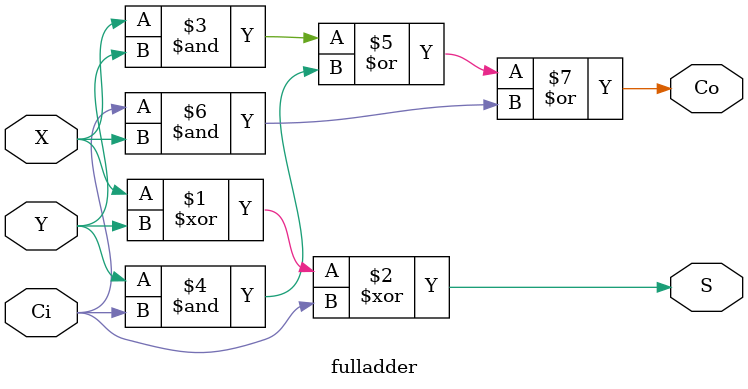
<source format=v>
`timescale 1ns / 1ps

module RCA(
    input [3:0] X,
    input [3:0] Y,
    output [3:0] S,
    output Co
    );
    wire w1,w2,w3;
    fulladder u1(X[0],Y[0],1'b0,S[0],w1);
    fulladder u2(X[1],Y[1],w1,S[1],w2);
    fulladder u3(X[2],Y[2],w2,S[2],w3);
    fulladder u4(X[3],Y[3],w3,S[3],Co);
    
endmodule
module fulladder(X,Y,Ci,S,Co);
input X,Y,Ci;
output S,Co;
assign S=X^Y^Ci;
assign Co=(X&Y)|(Y&Ci)|(Ci&X);
endmodule


</source>
